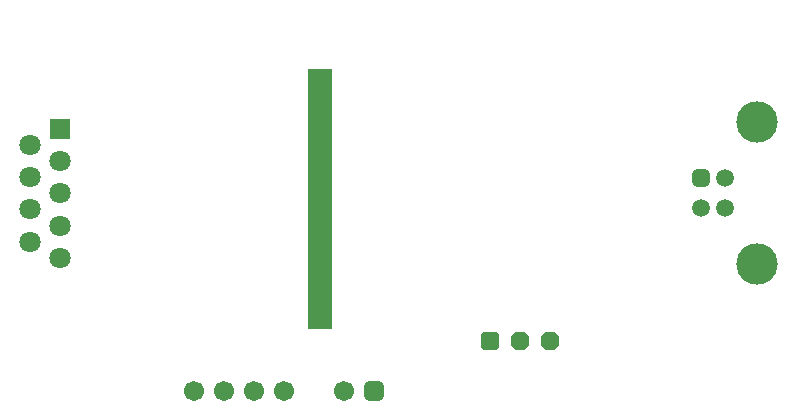
<source format=gbs>
G04*
G04 #@! TF.GenerationSoftware,Altium Limited,Altium Designer,22.6.1 (34)*
G04*
G04 Layer_Color=16711935*
%FSLAX25Y25*%
%MOIN*%
G70*
G04*
G04 #@! TF.SameCoordinates,9ADE90FA-7DC8-4C6E-95E8-500F00D2387A*
G04*
G04*
G04 #@! TF.FilePolarity,Negative*
G04*
G01*
G75*
%ADD35R,0.07874X0.86614*%
%ADD62C,0.06699*%
G04:AMPARAMS|DCode=63|XSize=66.99mil|YSize=66.99mil|CornerRadius=17.75mil|HoleSize=0mil|Usage=FLASHONLY|Rotation=0.000|XOffset=0mil|YOffset=0mil|HoleType=Round|Shape=RoundedRectangle|*
%AMROUNDEDRECTD63*
21,1,0.06699,0.03150,0,0,0.0*
21,1,0.03150,0.06699,0,0,0.0*
1,1,0.03550,0.01575,-0.01575*
1,1,0.03550,-0.01575,-0.01575*
1,1,0.03550,-0.01575,0.01575*
1,1,0.03550,0.01575,0.01575*
%
%ADD63ROUNDEDRECTD63*%
%ADD64P,0.06825X8X22.5*%
G04:AMPARAMS|DCode=65|XSize=63.06mil|YSize=63.06mil|CornerRadius=16.76mil|HoleSize=0mil|Usage=FLASHONLY|Rotation=0.000|XOffset=0mil|YOffset=0mil|HoleType=Round|Shape=RoundedRectangle|*
%AMROUNDEDRECTD65*
21,1,0.06306,0.02953,0,0,0.0*
21,1,0.02953,0.06306,0,0,0.0*
1,1,0.03353,0.01476,-0.01476*
1,1,0.03353,-0.01476,-0.01476*
1,1,0.03353,-0.01476,0.01476*
1,1,0.03353,0.01476,0.01476*
%
%ADD65ROUNDEDRECTD65*%
%ADD66C,0.00400*%
%ADD67C,0.07093*%
%ADD68R,0.07093X0.07093*%
%ADD69C,0.13786*%
%ADD70C,0.05912*%
G04:AMPARAMS|DCode=71|XSize=59.12mil|YSize=59.12mil|CornerRadius=15.78mil|HoleSize=0mil|Usage=FLASHONLY|Rotation=90.000|XOffset=0mil|YOffset=0mil|HoleType=Round|Shape=RoundedRectangle|*
%AMROUNDEDRECTD71*
21,1,0.05912,0.02756,0,0,90.0*
21,1,0.02756,0.05912,0,0,90.0*
1,1,0.03156,0.01378,0.01378*
1,1,0.03156,0.01378,-0.01378*
1,1,0.03156,-0.01378,-0.01378*
1,1,0.03156,-0.01378,0.01378*
%
%ADD71ROUNDEDRECTD71*%
D35*
X114173Y74803D02*
D03*
D62*
X122362Y10827D02*
D03*
X82362D02*
D03*
X102362D02*
D03*
X92362D02*
D03*
X72362D02*
D03*
D63*
X132362Y10827D02*
D03*
D64*
X191102Y27559D02*
D03*
X181102D02*
D03*
D65*
X171102D02*
D03*
D66*
X22500Y27559D02*
D03*
Y125984D02*
D03*
X255906Y15748D02*
D03*
Y137795D02*
D03*
D67*
X17500Y60590D02*
D03*
Y71378D02*
D03*
Y82165D02*
D03*
Y92953D02*
D03*
X27500Y55197D02*
D03*
Y65984D02*
D03*
Y76772D02*
D03*
Y87559D02*
D03*
D68*
Y98347D02*
D03*
D69*
X259842Y53150D02*
D03*
Y100394D02*
D03*
D70*
X249213Y71850D02*
D03*
Y81693D02*
D03*
X241339Y71850D02*
D03*
D71*
Y81693D02*
D03*
M02*

</source>
